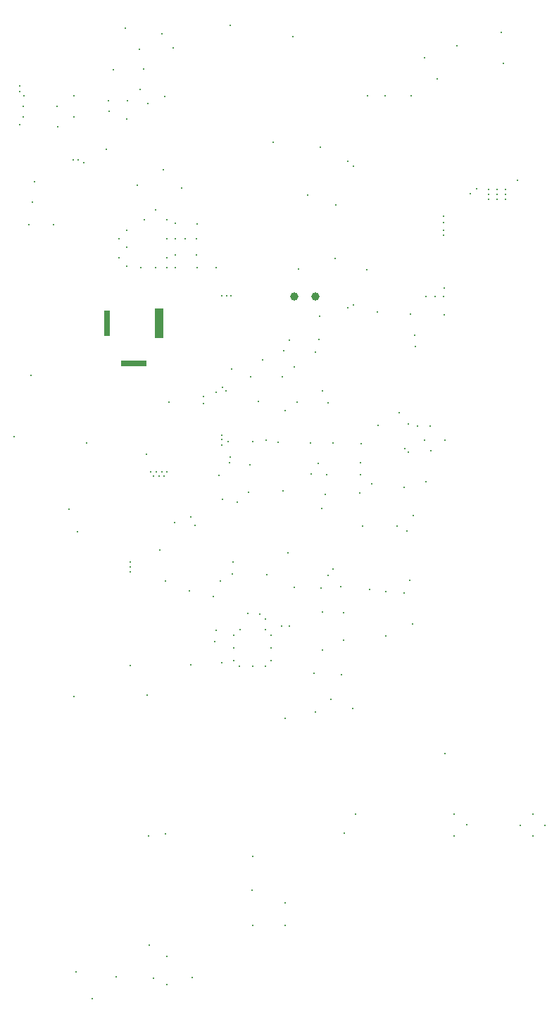
<source format=gbr>
%TF.GenerationSoftware,Altium Limited,Altium Designer,19.1.6 (110)*%
G04 Layer_Color=0*
%FSLAX26Y26*%
%MOIN*%
%TF.FileFunction,Plated,1,6,PTH,Drill*%
%TF.Part,Single*%
G01*
G75*
%TA.AperFunction,ComponentDrill*%
%ADD116R,0.120079X0.029921*%
%ADD117R,0.029921X0.120079*%
%ADD118R,0.039764X0.140157*%
%ADD119C,0.039370*%
%TA.AperFunction,ViaDrill,NotFilled*%
%ADD120C,0.007874*%
D116*
X616772Y3508026D02*
D03*
D117*
X488819Y3697003D02*
D03*
D118*
X734882D02*
D03*
D119*
X1377795Y3824956D02*
D03*
X1477795D02*
D03*
D120*
X50000Y3160000D02*
D03*
X2090000Y1660000D02*
D03*
X1007339Y2243412D02*
D03*
X1895000Y2920000D02*
D03*
X485000Y4520000D02*
D03*
X1275000Y4555000D02*
D03*
X1656747Y4441747D02*
D03*
X1630000Y4465000D02*
D03*
X1655000Y3785000D02*
D03*
X1630000Y3770000D02*
D03*
X130000Y3450000D02*
D03*
X880000Y2430000D02*
D03*
X739827Y2624653D02*
D03*
X350000Y2710000D02*
D03*
X1510000Y2150000D02*
D03*
Y2330000D02*
D03*
X332795Y4674956D02*
D03*
Y4774956D02*
D03*
X392825Y3129825D02*
D03*
X1922244Y2481299D02*
D03*
X1742662Y2936083D02*
D03*
X2001000Y2948000D02*
D03*
X1958870Y3211811D02*
D03*
X1510000Y3378000D02*
D03*
X1035497Y2862503D02*
D03*
X1936000Y2274000D02*
D03*
X886811Y2779528D02*
D03*
X2433701Y4374168D02*
D03*
X1916455Y3220000D02*
D03*
X1939000Y2787000D02*
D03*
X1910016Y2715425D02*
D03*
X1351772Y2264370D02*
D03*
X1316339D02*
D03*
X1018346Y2978369D02*
D03*
X1070866Y3037402D02*
D03*
X1033465Y3168307D02*
D03*
Y3145669D02*
D03*
X946850Y3351378D02*
D03*
X945866Y3315945D02*
D03*
X1007874Y3372047D02*
D03*
X1037402Y3393701D02*
D03*
X1054134Y3376968D02*
D03*
X1862205Y2738189D02*
D03*
X1808071Y2216535D02*
D03*
X1734252Y2437008D02*
D03*
X1558071Y2535433D02*
D03*
X1596457Y2450787D02*
D03*
X1608899Y2328109D02*
D03*
X1610000Y2196850D02*
D03*
X1266732Y2159449D02*
D03*
X1089567Y2159941D02*
D03*
X1241142Y2298228D02*
D03*
Y2247047D02*
D03*
X1118898Y2248819D02*
D03*
X1089567Y2219488D02*
D03*
X1266732Y2221457D02*
D03*
X1178150Y2072835D02*
D03*
X1211614Y2321850D02*
D03*
X1156496Y2322835D02*
D03*
X1266732Y2100394D02*
D03*
X1239173Y2072835D02*
D03*
X1089567Y2100394D02*
D03*
X1117126Y2072835D02*
D03*
X1000984Y2189961D02*
D03*
X994095Y2403543D02*
D03*
X766732Y2476378D02*
D03*
X598425Y2522146D02*
D03*
Y2543307D02*
D03*
Y2566260D02*
D03*
X808071Y2754921D02*
D03*
X905512Y2739173D02*
D03*
X1077402Y3825940D02*
D03*
X1057717D02*
D03*
X1033110D02*
D03*
X379567Y4457829D02*
D03*
X353976Y4469641D02*
D03*
X1665984Y1373184D02*
D03*
X2191559Y1322373D02*
D03*
X2563851Y1320648D02*
D03*
X2132787Y1372853D02*
D03*
X2446307Y1320648D02*
D03*
X2506803Y1372853D02*
D03*
Y1271892D02*
D03*
X2132787D02*
D03*
X1992756Y4954877D02*
D03*
X76417Y4636963D02*
D03*
X93740Y4674956D02*
D03*
Y4724956D02*
D03*
X77402Y4822003D02*
D03*
Y4793459D02*
D03*
X95906Y4774956D02*
D03*
X497677Y4750152D02*
D03*
X499646Y4698971D02*
D03*
X252008Y4724956D02*
D03*
X328386Y4469641D02*
D03*
X756535Y4422396D02*
D03*
X547874Y4097593D02*
D03*
Y4007042D02*
D03*
X584291Y4137948D02*
D03*
Y3966310D02*
D03*
Y4056861D02*
D03*
X651221Y3961767D02*
D03*
X773268Y4006058D02*
D03*
X719134Y3961767D02*
D03*
X773268D02*
D03*
X665984Y4187160D02*
D03*
X719134Y4235389D02*
D03*
X773268Y4187160D02*
D03*
Y4096609D02*
D03*
X814606D02*
D03*
X859882Y4097593D02*
D03*
X912047Y4096609D02*
D03*
X812638Y3959798D02*
D03*
X1006535Y3961767D02*
D03*
X916968Y3959798D02*
D03*
X813622Y4020822D02*
D03*
X914016D02*
D03*
X813622Y4169444D02*
D03*
X915984Y4168459D02*
D03*
X1574023Y4256049D02*
D03*
X2084291Y4203892D02*
D03*
Y3824956D02*
D03*
X2041968D02*
D03*
X2084291Y4175349D02*
D03*
X2238819Y4333814D02*
D03*
X2208307Y4310192D02*
D03*
X2336535Y4306137D02*
D03*
X2296890Y4329877D02*
D03*
X2336260D02*
D03*
X2375630D02*
D03*
Y4282633D02*
D03*
X2336260D02*
D03*
X2296890D02*
D03*
Y4306255D02*
D03*
X2375630D02*
D03*
X255551Y4627121D02*
D03*
X2000630Y3824956D02*
D03*
X2085276Y3864326D02*
D03*
X2084291Y4138932D02*
D03*
Y4114326D02*
D03*
X587244Y4751137D02*
D03*
X584291Y4665507D02*
D03*
X1536417Y3319882D02*
D03*
X1388780Y3324803D02*
D03*
X1334646Y3282480D02*
D03*
X1033465Y3119095D02*
D03*
X308071Y2817913D02*
D03*
X1503937Y2443898D02*
D03*
X1897638Y2422244D02*
D03*
X1994094Y3144685D02*
D03*
X1898622Y3105315D02*
D03*
X1916339Y3087598D02*
D03*
X1062992Y3136811D02*
D03*
X1179134Y3138780D02*
D03*
X1243110Y3142716D02*
D03*
X1298228Y3132874D02*
D03*
X1453740Y3129921D02*
D03*
X1561024Y3131890D02*
D03*
X1692913Y3127953D02*
D03*
X1689961Y3037402D02*
D03*
X1490158Y3033465D02*
D03*
X1165354Y3028543D02*
D03*
X1159449Y2895669D02*
D03*
X1107284Y2849409D02*
D03*
X1322835Y2904528D02*
D03*
X1454724Y2984252D02*
D03*
X1528543Y2981299D02*
D03*
X1689961Y2980315D02*
D03*
X1687992Y2893701D02*
D03*
X1700787Y2738189D02*
D03*
X1522638Y2885827D02*
D03*
X1504921Y2819882D02*
D03*
X1347441Y2612205D02*
D03*
X1086614Y2568898D02*
D03*
X1027559Y2476378D02*
D03*
X1083661Y2510827D02*
D03*
X1247047Y2507874D02*
D03*
X1375984Y2445866D02*
D03*
X1537402Y2502953D02*
D03*
X1809055Y2427165D02*
D03*
X677165Y3077756D02*
D03*
X2023622Y3095472D02*
D03*
X2088583Y3143701D02*
D03*
X2018701Y3209646D02*
D03*
X1773622Y3214567D02*
D03*
X1874016Y3273622D02*
D03*
X1946850Y3640748D02*
D03*
X1496063Y3729331D02*
D03*
X1492126Y3620079D02*
D03*
X236220Y4165354D02*
D03*
X147638Y4368110D02*
D03*
X631890Y4351378D02*
D03*
X843504Y4336614D02*
D03*
X643701Y4995079D02*
D03*
X683071Y4736221D02*
D03*
X518701Y4898622D02*
D03*
X1499016Y4531496D02*
D03*
X1438976Y4303150D02*
D03*
X2366142Y4928150D02*
D03*
X2356299Y5073819D02*
D03*
X1032480Y2091535D02*
D03*
X1468504Y2041339D02*
D03*
X1599409Y2034449D02*
D03*
X1651575Y1875000D02*
D03*
X1476378Y1856299D02*
D03*
X1333661Y1826772D02*
D03*
X1612205Y1283465D02*
D03*
X1332677Y952756D02*
D03*
X1180118Y1173228D02*
D03*
X687008Y1269685D02*
D03*
X767716Y1281496D02*
D03*
X688976Y754921D02*
D03*
X891732Y599409D02*
D03*
X709646Y597441D02*
D03*
X531496Y603346D02*
D03*
X344488Y625984D02*
D03*
X421260Y500000D02*
D03*
X771654Y701772D02*
D03*
X772638Y568898D02*
D03*
X1179134Y847441D02*
D03*
X1331693Y846457D02*
D03*
X1176181Y1012795D02*
D03*
X332677Y1929134D02*
D03*
X680118Y1937008D02*
D03*
X1551181Y1918307D02*
D03*
X1073819Y3064961D02*
D03*
X783465Y3322835D02*
D03*
X1079724Y3480315D02*
D03*
X1204724Y3325787D02*
D03*
X1171260Y3443898D02*
D03*
X1226378Y3523622D02*
D03*
X1319882Y3444882D02*
D03*
X1377953Y3492126D02*
D03*
X1327756Y3567913D02*
D03*
X1353347Y3616142D02*
D03*
X1476378Y3561024D02*
D03*
X1770669Y3750000D02*
D03*
X1950787Y3586614D02*
D03*
X2085630Y3738189D02*
D03*
X1925197Y3741142D02*
D03*
X1720472Y3949803D02*
D03*
X1397638Y3953740D02*
D03*
X1568000Y4003000D02*
D03*
X118110Y4165354D02*
D03*
X134843Y4269685D02*
D03*
X762795Y4771654D02*
D03*
X646654Y4805118D02*
D03*
X662402Y4899606D02*
D03*
X802165Y4999016D02*
D03*
X750000Y5068898D02*
D03*
X575787Y5092520D02*
D03*
X1072835Y5108268D02*
D03*
X1368110Y5053150D02*
D03*
X1724409Y4774606D02*
D03*
X1807087Y4773622D02*
D03*
X1930118Y4772638D02*
D03*
X2052165Y4855315D02*
D03*
X2145669Y5010827D02*
D03*
X696850Y2994095D02*
D03*
X723425D02*
D03*
X748032D02*
D03*
X771654D02*
D03*
X708661Y2972441D02*
D03*
X735236D02*
D03*
X759842D02*
D03*
X598425Y2076772D02*
D03*
X886811Y2079724D02*
D03*
%TF.MD5,aeb3590ba202bb024bd882ae2753e75c*%
M02*

</source>
